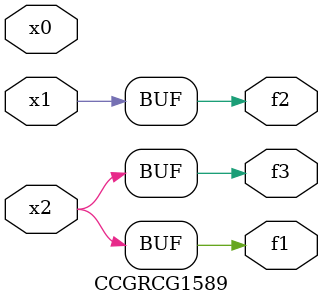
<source format=v>
module CCGRCG1589(
	input x0, x1, x2,
	output f1, f2, f3
);
	assign f1 = x2;
	assign f2 = x1;
	assign f3 = x2;
endmodule

</source>
